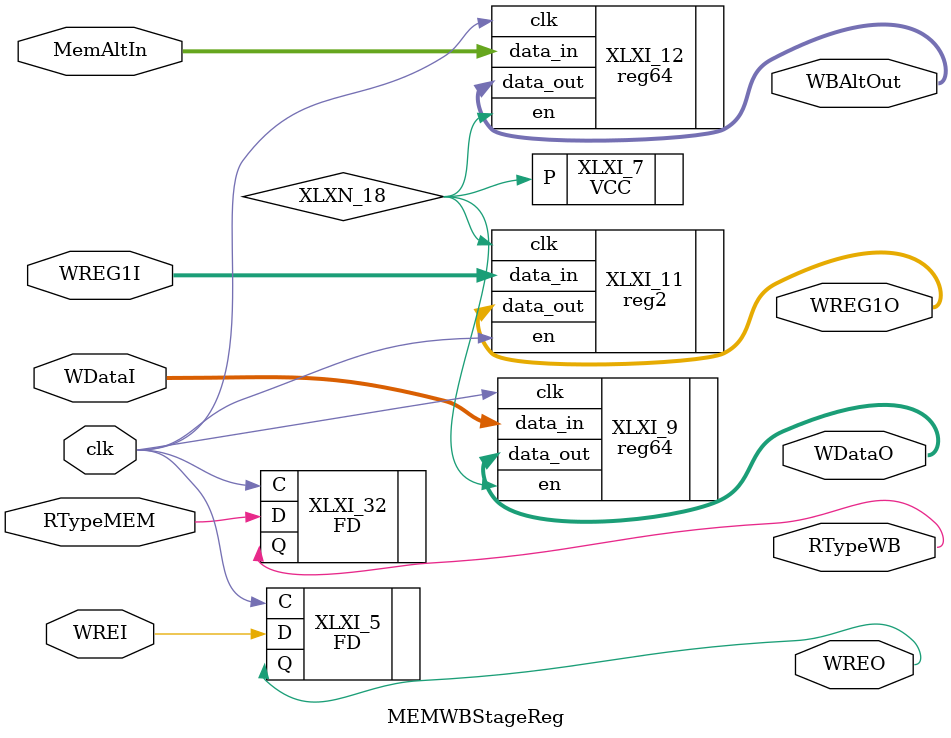
<source format=v>
`timescale 1ns / 1ps

module MEMWBStageReg(clk, 
                     MemAltIn, 
                     RTypeMEM, 
                     WDataI, 
                     WREG1I, 
                     WREI, 
                     RTypeWB, 
                     WBAltOut, 
                     WDataO, 
                     WREG1O, 
                     WREO);

    input clk;
    input [63:0] MemAltIn;
    input RTypeMEM;
    input [63:0] WDataI;
    input [1:0] WREG1I;
    input WREI;
   output RTypeWB;
   output [63:0] WBAltOut;
   output [63:0] WDataO;
   output [1:0] WREG1O;
   output WREO;
   
   wire XLXN_18;
   
   FD XLXI_5 (.C(clk), 
              .D(WREI), 
              .Q(WREO));
   defparam XLXI_5.INIT = 1'b0;
   VCC XLXI_7 (.P(XLXN_18));
   reg64 XLXI_9 (.clk(clk), 
                 .data_in(WDataI[63:0]), 
                 .en(XLXN_18), 
                 .data_out(WDataO[63:0]));
   reg2 XLXI_11 (.clk(XLXN_18), 
                 .data_in(WREG1I[1:0]), 
                 .en(clk), 
                 .data_out(WREG1O[1:0]));
   reg64 XLXI_12 (.clk(clk), 
                  .data_in(MemAltIn[63:0]), 
                  .en(XLXN_18), 
                  .data_out(WBAltOut[63:0]));
   FD XLXI_32 (.C(clk), 
               .D(RTypeMEM), 
               .Q(RTypeWB));
   defparam XLXI_32.INIT = 1'b0;
endmodule

</source>
